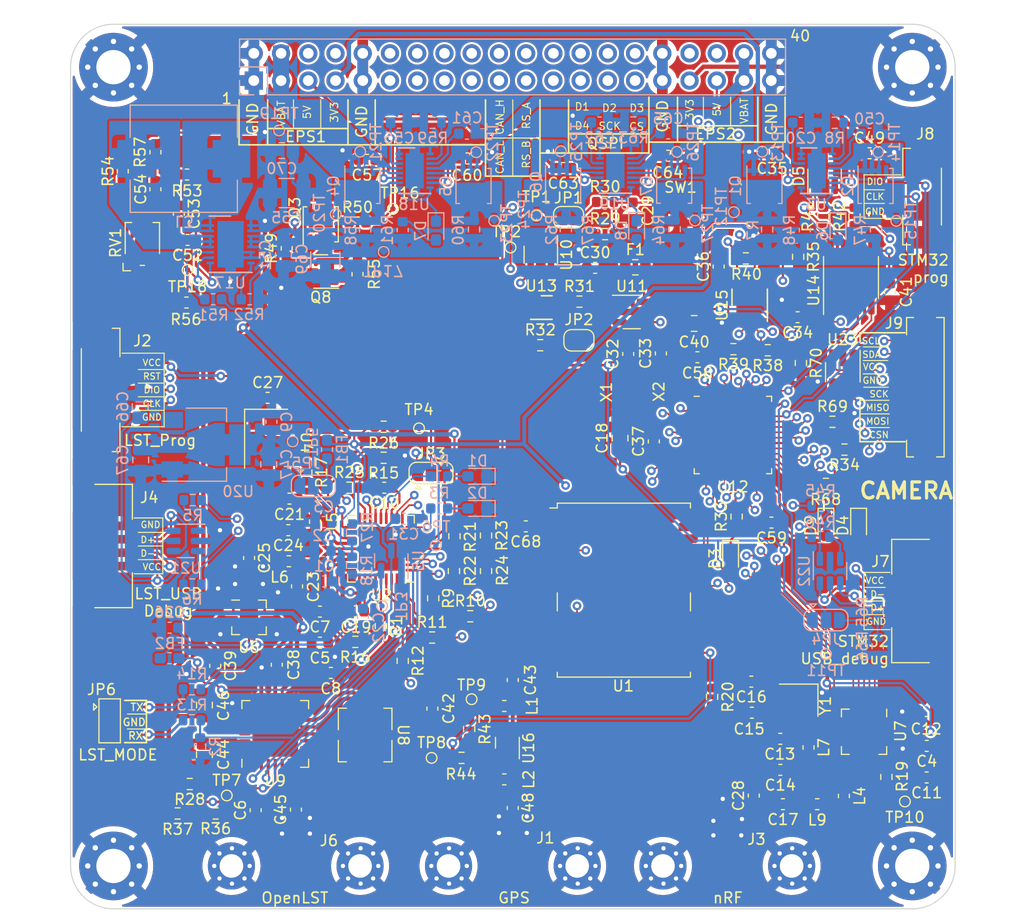
<source format=kicad_pcb>
(kicad_pcb (version 20211014) (generator pcbnew)

  (general
    (thickness 0.986)
  )

  (paper "A4")
  (layers
    (0 "F.Cu" power)
    (1 "In1.Cu" mixed)
    (2 "In2.Cu" mixed)
    (31 "B.Cu" power)
    (32 "B.Adhes" user "B.Adhesive")
    (33 "F.Adhes" user "F.Adhesive")
    (34 "B.Paste" user)
    (35 "F.Paste" user)
    (36 "B.SilkS" user "B.Silkscreen")
    (37 "F.SilkS" user "F.Silkscreen")
    (38 "B.Mask" user)
    (39 "F.Mask" user)
    (40 "Dwgs.User" user "User.Drawings")
    (41 "Cmts.User" user "User.Comments")
    (42 "Eco1.User" user "User.Eco1")
    (43 "Eco2.User" user "User.Eco2")
    (44 "Edge.Cuts" user)
    (45 "Margin" user)
    (46 "B.CrtYd" user "B.Courtyard")
    (47 "F.CrtYd" user "F.Courtyard")
    (48 "B.Fab" user)
    (49 "F.Fab" user)
    (50 "User.1" user)
    (51 "User.2" user)
    (52 "User.3" user)
    (53 "User.4" user)
    (54 "User.5" user)
    (55 "User.6" user)
    (56 "User.7" user)
    (57 "User.8" user)
    (58 "User.9" user)
  )

  (setup
    (stackup
      (layer "F.SilkS" (type "Top Silk Screen"))
      (layer "F.Paste" (type "Top Solder Paste"))
      (layer "F.Mask" (type "Top Solder Mask") (thickness 0.01))
      (layer "F.Cu" (type "copper") (thickness 0.018))
      (layer "dielectric 1" (type "core") (thickness 0.175) (material "FR4") (epsilon_r 4.5) (loss_tangent 0.02))
      (layer "In1.Cu" (type "copper") (thickness 0.035))
      (layer "dielectric 2" (type "prepreg") (thickness 0.51) (material "FR4") (epsilon_r 4.5) (loss_tangent 0.02))
      (layer "In2.Cu" (type "copper") (thickness 0.035))
      (layer "dielectric 3" (type "core") (thickness 0.175) (material "FR4") (epsilon_r 4.5) (loss_tangent 0.02))
      (layer "B.Cu" (type "copper") (thickness 0.018))
      (layer "B.Mask" (type "Bottom Solder Mask") (thickness 0.01))
      (layer "B.Paste" (type "Bottom Solder Paste"))
      (layer "B.SilkS" (type "Bottom Silk Screen"))
      (copper_finish "None")
      (dielectric_constraints no)
    )
    (pad_to_mask_clearance 0)
    (pcbplotparams
      (layerselection 0x00010fc_ffffffff)
      (disableapertmacros false)
      (usegerberextensions false)
      (usegerberattributes true)
      (usegerberadvancedattributes true)
      (creategerberjobfile true)
      (svguseinch false)
      (svgprecision 6)
      (excludeedgelayer true)
      (plotframeref false)
      (viasonmask false)
      (mode 1)
      (useauxorigin false)
      (hpglpennumber 1)
      (hpglpenspeed 20)
      (hpglpendiameter 15.000000)
      (dxfpolygonmode true)
      (dxfimperialunits true)
      (dxfusepcbnewfont true)
      (psnegative false)
      (psa4output false)
      (plotreference true)
      (plotvalue true)
      (plotinvisibletext false)
      (sketchpadsonfab false)
      (subtractmaskfromsilk false)
      (outputformat 1)
      (mirror false)
      (drillshape 1)
      (scaleselection 1)
      (outputdirectory "")
    )
  )

  (net 0 "")
  (net 1 "Net-(C1-Pad1)")
  (net 2 "GND")
  (net 3 "+3V3")
  (net 4 "/OpenLST (Beacon)/PA_VAPC")
  (net 5 "+3V8")
  (net 6 "/OpenLST (Beacon)/VDD_USB_LST")
  (net 7 "Net-(C12-Pad1)")
  (net 8 "Net-(C13-Pad2)")
  (net 9 "Net-(C15-Pad1)")
  (net 10 "Net-(C16-Pad1)")
  (net 11 "Net-(C17-Pad1)")
  (net 12 "Net-(C17-Pad2)")
  (net 13 "/MCU/MCU_POWER")
  (net 14 "Net-(C19-Pad1)")
  (net 15 "/3V3 power share/VCC_EN")
  (net 16 "Net-(C21-Pad2)")
  (net 17 "Net-(C22-Pad1)")
  (net 18 "Net-(C23-Pad2)")
  (net 19 "Net-(C24-Pad1)")
  (net 20 "Net-(C24-Pad2)")
  (net 21 "Net-(C25-Pad2)")
  (net 22 "Net-(C26-Pad1)")
  (net 23 "Net-(C29-Pad1)")
  (net 24 "/3V3 power share/EPS#1")
  (net 25 "Net-(C35-Pad2)")
  (net 26 "Net-(C38-Pad1)")
  (net 27 "Net-(C38-Pad2)")
  (net 28 "Net-(C39-Pad1)")
  (net 29 "Net-(C39-Pad2)")
  (net 30 "/MCU/VREF")
  (net 31 "Net-(C42-Pad1)")
  (net 32 "Net-(C43-Pad1)")
  (net 33 "Net-(C43-Pad2)")
  (net 34 "Net-(C45-Pad1)")
  (net 35 "Net-(C45-Pad2)")
  (net 36 "Net-(C48-Pad1)")
  (net 37 "Net-(C48-Pad2)")
  (net 38 "Net-(C49-Pad1)")
  (net 39 "/3V3 power share/EPS#2")
  (net 40 "Net-(C50-Pad1)")
  (net 41 "VIN")
  (net 42 "Net-(C52-Pad1)")
  (net 43 "Net-(C52-Pad2)")
  (net 44 "Net-(C53-Pad1)")
  (net 45 "Net-(C54-Pad1)")
  (net 46 "/Power Convertor/VBAT1/VCC_EN")
  (net 47 "/Power Convertor/EPS#1_VBAT")
  (net 48 "Net-(C57-Pad2)")
  (net 49 "Net-(C60-Pad1)")
  (net 50 "/Power Convertor/EPS#2_VBAT")
  (net 51 "Net-(C61-Pad1)")
  (net 52 "/5V power share/VCC_EN")
  (net 53 "/5V power share/EPS#1")
  (net 54 "Net-(C63-Pad2)")
  (net 55 "Net-(C64-Pad1)")
  (net 56 "/5V power share/EPS#2")
  (net 57 "Net-(C65-Pad1)")
  (net 58 "/OpenLST (Beacon)/USB_POWER_LST")
  (net 59 "Net-(D1-Pad2)")
  (net 60 "Net-(D2-Pad2)")
  (net 61 "Net-(D3-Pad1)")
  (net 62 "Net-(D4-Pad1)")
  (net 63 "/MCU/CAN_L")
  (net 64 "/MCU/CAN_H")
  (net 65 "Net-(D6-Pad1)")
  (net 66 "Net-(D6-Pad2)")
  (net 67 "Net-(D7-Pad1)")
  (net 68 "Net-(D7-Pad2)")
  (net 69 "Net-(D8-Pad1)")
  (net 70 "Net-(D8-Pad2)")
  (net 71 "Net-(D9-Pad1)")
  (net 72 "Net-(F1-Pad2)")
  (net 73 "Net-(FB1-Pad1)")
  (net 74 "/OpenLST (Beacon)/PROG_DD")
  (net 75 "/OpenLST (Beacon)/PROG_DC")
  (net 76 "/OpenLST (Beacon)/~{LST_RESET}")
  (net 77 "/MCU/USB_POWER")
  (net 78 "/MCU/SWCLK")
  (net 79 "/MCU/SWDIO")
  (net 80 "/MCU/QSPI_D1{slash}CAM_CSN")
  (net 81 "/MCU/QSPI_D2{slash}CAM_MOSI")
  (net 82 "/MCU/QSPI_D3{slash}CAM_MISO")
  (net 83 "/MCU/CAM_SCK")
  (net 84 "+5V")
  (net 85 "/I2C_SDA")
  (net 86 "/I2C_SCL")
  (net 87 "unconnected-(J12-Pad6)")
  (net 88 "unconnected-(J12-Pad8)")
  (net 89 "unconnected-(J12-Pad11)")
  (net 90 "unconnected-(J12-Pad12)")
  (net 91 "unconnected-(J12-Pad13)")
  (net 92 "unconnected-(J12-Pad14)")
  (net 93 "unconnected-(J12-Pad15)")
  (net 94 "unconnected-(J12-Pad16)")
  (net 95 "unconnected-(J12-Pad17)")
  (net 96 "unconnected-(J12-Pad18)")
  (net 97 "/MCU/RS_485_~{B}")
  (net 98 "/MCU/RS_485_A")
  (net 99 "unconnected-(J12-Pad23)")
  (net 100 "unconnected-(J12-Pad24)")
  (net 101 "/MCU/QSPI_D0")
  (net 102 "/MCU/QSPI_SCK")
  (net 103 "/MCU/QSPI_NCS")
  (net 104 "unconnected-(J12-Pad34)")
  (net 105 "unconnected-(J12-Pad36)")
  (net 106 "Net-(JP1-Pad1)")
  (net 107 "/MCU/NRST")
  (net 108 "Net-(JP2-Pad1)")
  (net 109 "Net-(JP2-Pad2)")
  (net 110 "/OpenLST (Beacon)/RF_EN")
  (net 111 "/OpenLST (Beacon)/RF_EN_MCU")
  (net 112 "/OpenLST (Beacon)/RF_PWR_EN")
  (net 113 "Net-(JP4-Pad3)")
  (net 114 "/MCU/VDD_USB")
  (net 115 "Net-(L3-Pad1)")
  (net 116 "Net-(L3-Pad2)")
  (net 117 "Net-(L4-Pad1)")
  (net 118 "Net-(L4-Pad2)")
  (net 119 "Net-(Q1-Pad5)")
  (net 120 "Net-(Q1-Pad4)")
  (net 121 "Net-(Q2-Pad4)")
  (net 122 "Net-(Q2-Pad5)")
  (net 123 "Net-(Q3-Pad4)")
  (net 124 "Net-(Q3-Pad5)")
  (net 125 "Net-(Q4-Pad5)")
  (net 126 "Net-(Q4-Pad4)")
  (net 127 "Net-(Q5-Pad4)")
  (net 128 "Net-(Q5-Pad5)")
  (net 129 "Net-(Q6-Pad5)")
  (net 130 "Net-(Q6-Pad4)")
  (net 131 "Net-(Q7-Pad4)")
  (net 132 "Net-(Q7-Pad5)")
  (net 133 "/OpenLST (Beacon)/~{LST_RX_MODE}")
  (net 134 "/OpenLST (Beacon)/LST_TX_MODE")
  (net 135 "Net-(R3-Pad2)")
  (net 136 "Net-(R4-Pad2)")
  (net 137 "Net-(R5-Pad1)")
  (net 138 "/OpenLST (Beacon)/USB_N")
  (net 139 "/OpenLST (Beacon)/USB_P")
  (net 140 "Net-(R6-Pad2)")
  (net 141 "Net-(R8-Pad2)")
  (net 142 "Net-(R9-Pad1)")
  (net 143 "/OpenLST (Beacon)/UART0_CTS")
  (net 144 "Net-(R10-Pad1)")
  (net 145 "/OpenLST (Beacon)/UART0_RTS")
  (net 146 "Net-(R11-Pad1)")
  (net 147 "/OpenLST (Beacon)/UART0_RX")
  (net 148 "Net-(R12-Pad1)")
  (net 149 "/OpenLST (Beacon)/UART0_TX")
  (net 150 "Net-(R15-Pad2)")
  (net 151 "Net-(R16-Pad2)")
  (net 152 "Net-(R17-Pad1)")
  (net 153 "Net-(R17-Pad2)")
  (net 154 "Net-(R19-Pad2)")
  (net 155 "/OpenLST (Beacon)/AN0")
  (net 156 "/OpenLST (Beacon)/AN1")
  (net 157 "Net-(R25-Pad2)")
  (net 158 "/OpenLST (Beacon)/RF_BYP")
  (net 159 "Net-(R32-Pad1)")
  (net 160 "/MCU/LED2")
  (net 161 "/MCU/CAN_RS")
  (net 162 "/MCU/RS_485_R_EN")
  (net 163 "/MCU/RS_485_T_EN")
  (net 164 "Net-(R43-Pad2)")
  (net 165 "Net-(R44-Pad1)")
  (net 166 "Net-(R44-Pad2)")
  (net 167 "Net-(R45-Pad1)")
  (net 168 "/MCU/USB_N")
  (net 169 "/MCU/USB_P")
  (net 170 "Net-(R46-Pad2)")
  (net 171 "Net-(R51-Pad2)")
  (net 172 "Net-(R52-Pad1)")
  (net 173 "Net-(R54-Pad2)")
  (net 174 "Net-(R59-Pad2)")
  (net 175 "Net-(R63-Pad2)")
  (net 176 "unconnected-(U1-Pad1)")
  (net 177 "unconnected-(U1-Pad3)")
  (net 178 "/GPS Module/IRQ")
  (net 179 "unconnected-(U1-Pad5)")
  (net 180 "unconnected-(U1-Pad6)")
  (net 181 "/GPS Module/RESET")
  (net 182 "unconnected-(U1-Pad15)")
  (net 183 "unconnected-(U1-Pad16)")
  (net 184 "unconnected-(U1-Pad17)")
  (net 185 "/GPS Module/TXD")
  (net 186 "/GPS Module/RXD")
  (net 187 "unconnected-(U2-Pad8)")
  (net 188 "unconnected-(U2-Pad18)")
  (net 189 "unconnected-(U2-Pad20)")
  (net 190 "/MCU/NRF_CE")
  (net 191 "/MCU/NRF_SPI_CSN")
  (net 192 "/MCU/NRF_SPI_SCK")
  (net 193 "/MCU/NRF_SPI_MOSI")
  (net 194 "/MCU/NRF_SPI_MISO")
  (net 195 "/MCU/NRF_IRQ")
  (net 196 "Net-(U8-Pad2)")
  (net 197 "Net-(U8-Pad6)")
  (net 198 "unconnected-(U9-Pad14)")
  (net 199 "unconnected-(U9-Pad16)")
  (net 200 "unconnected-(U9-Pad25)")
  (net 201 "unconnected-(U10-Pad3)")
  (net 202 "/MCU/WDG_RESET")
  (net 203 "unconnected-(U11-Pad3)")
  (net 204 "unconnected-(U12-Pad1)")
  (net 205 "/MCU/LSE")
  (net 206 "/MCU/HSE")
  (net 207 "/MCU/CAN_RX")
  (net 208 "/MCU/CAN_TX")
  (net 209 "unconnected-(U13-Pad3)")
  (net 210 "/MCU/RS_485_R")
  (net 211 "/MCU/RS_485_T")
  (net 212 "unconnected-(U15-Pad7)")
  (net 213 "Net-(JP6-Pad3)")
  (net 214 "/camera/CAM_VCC")
  (net 215 "Net-(R70-Pad1)")
  (net 216 "Net-(J4-Pad2)")
  (net 217 "Net-(J4-Pad3)")
  (net 218 "Net-(J7-Pad2)")
  (net 219 "Net-(J7-Pad3)")
  (net 220 "Net-(JP6-Pad1)")
  (net 221 "unconnected-(X1-Pad1)")

  (footprint "Capacitor_SMD:C_0805_2012Metric_Pad1.18x1.45mm_HandSolder" (layer "F.Cu") (at 143.1544 71.9044))

  (footprint "TCY_Buttons:KMT031NGJLHS" (layer "F.Cu") (at 141.8844 61.5881))

  (footprint "Resistor_SMD:R_0603_1608Metric" (layer "F.Cu") (at 98.5276 117.602))

  (footprint "Resistor_SMD:R_0603_1608Metric" (layer "F.Cu") (at 158.115 61.9252 -90))

  (footprint "Package_DFN_QFN:QFN-20-1EP_4x4mm_P0.5mm_EP2.5x2.5mm" (layer "F.Cu") (at 159.004 109.982 -90))

  (footprint "MountingHole:MountingHole_3.2mm_M3_Pad_Via" (layer "F.Cu") (at 163.5 122.5))

  (footprint "Resistor_SMD:R_0603_1608Metric" (layer "F.Cu") (at 120.8024 91.7448 90))

  (footprint "Capacitor_SMD:C_0603_1608Metric" (layer "F.Cu") (at 98.4905 103.8352 -90))

  (footprint "Resistor_SMD:R_0603_1608Metric" (layer "F.Cu") (at 147.9804 65.8368 180))

  (footprint "Inductor_SMD:L_0603_1608Metric" (layer "F.Cu") (at 107.797059 90.391207 -90))

  (footprint "Resistor_SMD:R_0603_1608Metric" (layer "F.Cu") (at 121.4628 112.4204))

  (footprint "MountingHole:MountingHole_3.2mm_M3_Pad_Via" (layer "F.Cu") (at 89 48))

  (footprint "Capacitor_SMD:C_0603_1608Metric" (layer "F.Cu") (at 105.41 88.2396))

  (footprint "TCY_Connector:Amphenol 10114830-11104LF 1x04 Vertical" (layer "F.Cu") (at 88.265 92.6592 -90))

  (footprint "Capacitor_SMD:C_0603_1608Metric" (layer "F.Cu") (at 127.4572 90.8304 180))

  (footprint "Capacitor_SMD:C_0603_1608Metric" (layer "F.Cu") (at 152.8064 71.3232 180))

  (footprint "Resistor_SMD:R_0603_1608Metric" (layer "F.Cu") (at 153.1112 75.5904 -90))

  (footprint "Capacitor_SMD:C_0603_1608Metric" (layer "F.Cu") (at 114.2492 87.2236 180))

  (footprint "Inductor_SMD:L_0603_1608Metric" (layer "F.Cu") (at 125.45 114.427 180))

  (footprint "RF_GPS:ublox_NEO" (layer "F.Cu") (at 136.6012 96.774))

  (footprint "Package_TO_SOT_SMD:SOT-23-6_Handsoldering" (layer "F.Cu") (at 157.0228 76.454 -90))

  (footprint "Capacitor_SMD:C_0603_1608Metric" (layer "F.Cu") (at 108.2548 98.7792 180))

  (footprint "Inductor_SMD:L_0603_1608Metric" (layer "F.Cu") (at 105.156 64.897 90))

  (footprint "Resistor_SMD:R_0603_1608Metric" (layer "F.Cu") (at 161.0868 114.1984 90))

  (footprint "Jumper:SolderJumper-2_P1.3mm_Open_RoundedPad1.0x1.5mm" (layer "F.Cu") (at 132.4108 73.4753 180))

  (footprint "Capacitor_SMD:C_0603_1608Metric" (layer "F.Cu") (at 118.745 107.823 -90))

  (footprint "Jumper:SolderJumper-2_P1.3mm_Open_RoundedPad1.0x1.5mm" (layer "F.Cu") (at 131.4456 61.9945))

  (footprint "Inductor_SMD:L_0603_1608Metric" (layer "F.Cu") (at 95.8596 58.0136))

  (footprint "Capacitor_SMD:C_0603_1608Metric" (layer "F.Cu") (at 133.9218 66.7189))

  (footprint "Capacitor_SMD:C_0603_1608Metric" (layer "F.Cu") (at 126.24 105.156 -90))

  (footprint "Capacitor_SMD:C_0603_1608Metric" (layer "F.Cu") (at 151.1938 113.538))

  (footprint "MountingHole:MountingHole_3.2mm_M3_Pad_Via" (layer "F.Cu") (at 163.5 48))

  (footprint "Resistor_SMD:R_0603_1608Metric" (layer "F.Cu") (at 111.5568 101.6 180))

  (footprint "Resistor_SMD:R_0603_1608Metric" (layer "F.Cu") (at 118.8212 97.536 -90))

  (footprint "Resistor_SMD:R_0603_1608Metric" (layer "F.Cu") (at 134.8492 60.5721))

  (footprint "Resistor_SMD:R_0603_1608Metric" (layer "F.Cu") (at 157.1752 83.6676 180))

  (footprint "Capacitor_SMD:C_0603_1608Metric" (layer "F.Cu") (at 122.0216 56.515))

  (footprint "TCY_Connector:TestPoint_Pad_D0.5mm" (layer "F.Cu") (at 122.4026 106.947))

  (footprint "Resistor_SMD:R_0603_1608Metric" (layer "F.Cu") (at 123.7488 94.996 90))

  (footprint "Resistor_SMD:R_0603_1608Metric" (layer "F.Cu") (at 115.9764 103.378 -90))

  (footprint "Capacitor_SMD:C_0603_1608Metric" (layer "F.Cu") (at 139.3952 82.9056 90))

  (footprint "Resistor_SMD:R_0603_1608Metric" (layer "F.Cu") (at 110.998 87.2236))

  (footprint "Resistor_SMD:R_0603_1608Metric" (layer "F.Cu") (at 113.9444 100.1268 90))

  (footprint "footprints:iPEX" (layer "F.Cu") (at 146.25 122.5 180))

  (footprint "Capacitor_SMD:C_0603_1608Metric" (layer "F.Cu") (at 148.717 115.938 90))

  (footprint "Capacitor_SMD:C_0603_1608Metric" (layer "F.Cu") (at 164.846 114.2492 180))

  (footprint "Capacitor_SMD:C_0603_1608Metric" (layer "F.Cu") (at 112.649 56.642))

  (footprint "Inductor_SMD:L_0603_1608Metric" (layer "F.Cu") (at 153.8224 111.4552 -90))

  (footprint "Capacitor_SMD:C_0603_1608Metric" (layer "F.Cu") (at 137.414 61.3849 -90))

  (footprint "Capacitor_SMD:C_0603_1608Metric" (layer "F.Cu") (at 159.517223 56.0263))

  (footprint "Resistor_SMD:R_0603_1608Metric" (layer "F.Cu") (at 144.8308 106.7308 90))

  (footprint "Resistor_SMD:R_0603_1608Metric" (layer "F.Cu") (at 120.7516 94.996 90))

  (footprint "footprints:iPEX" (layer "F.Cu") (at 106 122.5 180))

  (footprint "Capacitor_SMD:C_0603_1608Metric" (layer "F.Cu") (at 105.3084 91.186 180))

  (footprint "TCY_Connector:TestPoint_Pad_D0.5mm" (layer "F.Cu") (at 117.5004 81.6864))

  (footprint "Package_DFN_QFN:DFN-10-1EP_3x3mm_P0.5mm_EP1.55x2.48mm" (layer "F.Cu")
    (tedit 5EA4BECA) (tstamp 64263d5c-9427-4c92-a73a-afe8e63e20fb)
    (at 148.336 70.2056 90)
    (descr "10-Lead Plastic Dual Flat, No Lead Package (MF) - 3x3x0.9 mm Body [DFN] (see Microchip Packaging Specification 00000049BS.pdf)")
    (tags "DFN 0.5")
    (property "Sheetfile" "mcu_comm.kicad_sch")
    (property "Sheetname" "MCU")
    (path "/81a5172c-b171-400d-8856-41d6e486bdd1/a66e8b44-b972-4f7b-ba80-f64e58de1944")
    (attr smd)
    (fp_text reference "U15" (at 0 -2.575 90) (layer "F.SilkS")
      (effects (font (size 1 1) (thickness 0.15)))
      (tstamp af58d6aa-33e4-4da2-8ea3-2304125e31c0)
    )
    (fp_text value "MAX13430ETB+" (at 0 2.575 90) (layer "F.Fab")
      (effects (font (size 1 1) (thickness 0.15)))
      (tstamp 94937ca0-c1d9-424d-88cf-010fb503f8a5)
    )
    (fp_text user "${REFERENCE}" (at 0 0 90) (layer "F.Fab")
      (effects (font (size 0.7 0.7) (thickness 0.105)))
      (tstamp 67a55320-79e2-4952-9d6a-671cbdcfc9f7)
    )
    (fp_line (start -1.5 1.65) (end 1.5 1.65) (layer "F.SilkS") (width 0.15) (tstamp 47b3834c-8a87-4af3-9143-c88b9cd89304))
    (fp_line (start 0 -1.65) (end 1.5 -1.65) (layer "F.SilkS") (width 0.15) (tstamp adc74667-5dec-4b95-9d35-ffc7db9ad260))
    (fp_line (start -2.15 -1.85) (end -2.15 1.85) (layer "F.CrtYd") (width 0.05) (tstamp 20c401b1-c1bb-42cd-8ef2-fd89663a6cf3))
    (fp_line (start -2.15 1.85) (end 2.15 1.85) (layer "F.CrtYd") (width 0.05) (tstamp a7098063-91db-4dae-8c97-631051e8de0e))
    (fp_line (start 2.15 -1.85) (end 2.15 1.85) (layer "F.CrtYd") (width 0.05) (tstamp d1594cc0-0357-4de5-8d76-bb3a044297b2))
    (fp_line (start -2.15 -1.85) (end 2.15 -1.85) (layer "F.CrtYd") (width 0.05) (tstamp d500cfb3-be5f-4c90-8432-d0e5e29eda2a))
    (fp_line (start -1.5 -0.5) (end -0.5 -1.5) (layer "F.Fab") (width 0.15) (tstamp 4013842c-f594-4f18-a07a-785be971cdaf))
    (fp_line (start -1.5 1.5) (end -1.5 -0.5) (layer "F.Fab") (width 0.15) (tstamp 68cc97a1-6c76-411f-a28b-36162918d55d))
    (fp_line (start 1.5 1.5) (end -1.5 1.5) (layer "F.Fab") (width 0.15) (tstamp 6a2b63d3-b52c-4af8-b72e-63fe811d3d24))
    (fp_line (start 1.5 -1.5) (end 1.5 1.5) (layer "F.Fab") (width 0.15) (tstamp b6b0b082-3ad5-486d-9247-7e4db31838ef))
    (fp_line (start -0.5 -1.5) (end 1.5 -1.5) (layer "F.Fab") (width 0.15) (tstamp c40a33aa-f777-4109-9efd-12123c039897))
    (pad "" smd rect locked (at 0.3875 0.62 90) (size 0.6 1.05) (layers "F.Paste") (tstamp 13432df8-5be2-422d-b431-13bedccbff4d))
    (pad "" smd rect locked (at -0.3875 -0.62 90) (size 0.6 1.05) (layers "F.Paste") (tstamp 4be9d67c-a6f3-435e-8133-0f53bd74a878))
    (pad "" smd rect locked (at -0.3875 0.62 90) (size 0.6 1.05) (layers "F.Paste") (tstamp 5d69c2f3-acbd-4c54-bda2-b7785c2010cf))
    (pad "" smd rect locked (at 0.3875 -0
... [3707741 chars truncated]
</source>
